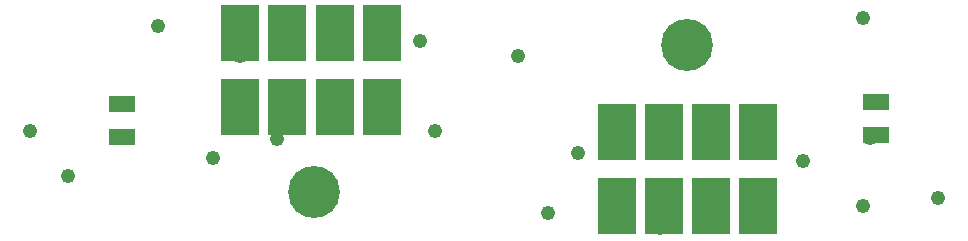
<source format=gbs>
%FSLAX25Y25*%
%MOIN*%
G70*
G01*
G75*
G04 Layer_Color=48896*
%ADD10P,0.08352X4X75.0*%
%ADD11P,0.08352X4X195.0*%
%ADD12R,0.05906X0.05906*%
%ADD13R,0.05000X0.04000*%
%ADD14C,0.02500*%
%ADD15C,0.05000*%
%ADD16C,0.16500*%
%ADD17C,0.04000*%
%ADD18R,0.08000X0.05000*%
%ADD19R,0.12205X0.17716*%
%ADD20C,0.01000*%
%ADD21C,0.01200*%
%ADD22P,0.06937X4X75.0*%
%ADD23P,0.06937X4X195.0*%
%ADD24R,0.04906X0.04906*%
%ADD25R,0.04000X0.03000*%
%ADD26R,0.07000X0.04000*%
%ADD27R,0.11205X0.16716*%
%ADD28P,0.09483X4X75.0*%
%ADD29P,0.09483X4X195.0*%
%ADD30R,0.06706X0.06706*%
%ADD31R,0.05800X0.04800*%
%ADD32C,0.17300*%
%ADD33C,0.04800*%
%ADD34R,0.08800X0.05800*%
%ADD35R,0.13005X0.18517*%
D32*
X1101500Y1023500D02*
D03*
X977000Y974500D02*
D03*
D33*
X1092500Y962500D02*
D03*
X964835Y992335D02*
D03*
X943254Y985754D02*
D03*
X925000Y1030000D02*
D03*
X882500Y995000D02*
D03*
X1065000Y987500D02*
D03*
X1045000Y1020000D02*
D03*
X1017500Y995000D02*
D03*
X1140000Y985000D02*
D03*
X1185000Y972500D02*
D03*
X1160000Y1032500D02*
D03*
X1162390Y992500D02*
D03*
X912390D02*
D03*
X895000Y980000D02*
D03*
X982500Y1032500D02*
D03*
X952500Y1020000D02*
D03*
X1012500Y1025000D02*
D03*
X1127500Y972500D02*
D03*
X1107500Y1000000D02*
D03*
X1055000Y967500D02*
D03*
X1160000Y970000D02*
D03*
D34*
X913000Y993000D02*
D03*
Y1004000D02*
D03*
X1164500Y993500D02*
D03*
Y1004500D02*
D03*
D35*
X999744Y1002894D02*
D03*
X983996D02*
D03*
X968248D02*
D03*
X999744Y1027500D02*
D03*
X983996D02*
D03*
X968248D02*
D03*
X952500Y1002894D02*
D03*
Y1027500D02*
D03*
X1125244Y969894D02*
D03*
X1109496D02*
D03*
X1093748D02*
D03*
X1125244Y994500D02*
D03*
X1109496D02*
D03*
X1093748D02*
D03*
X1078000Y969894D02*
D03*
Y994500D02*
D03*
M02*

</source>
